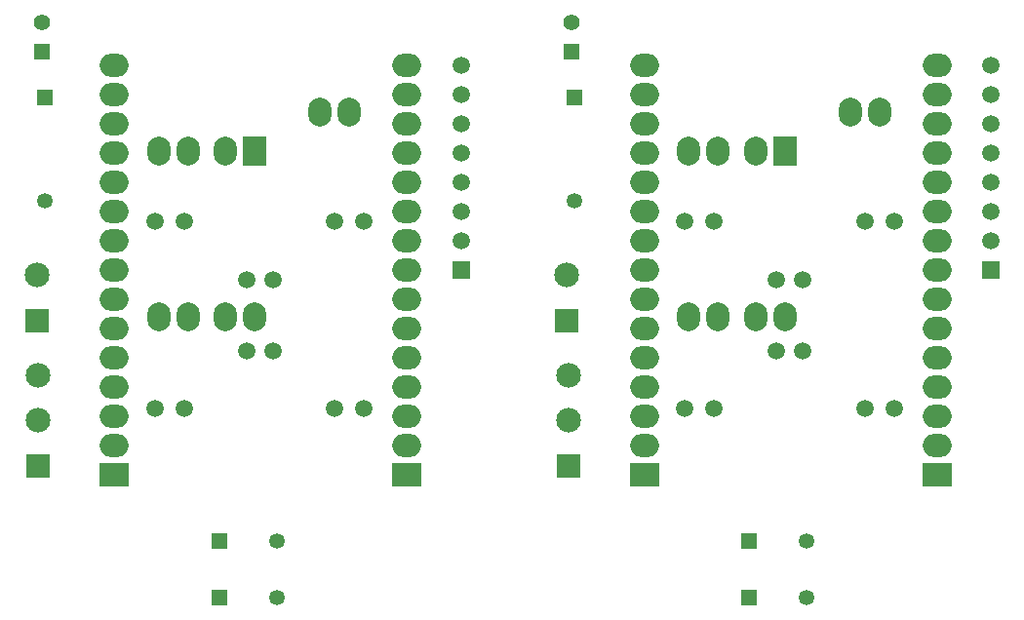
<source format=gbr>
G04*
G04 #@! TF.GenerationSoftware,Altium Limited,Altium Designer,25.4.2 (15)*
G04*
G04 Layer_Color=12632256*
%FSLAX44Y44*%
%MOMM*%
G71*
G04*
G04 #@! TF.SameCoordinates,9E434B86-177F-4C43-98DC-E9B8BA562479*
G04*
G04*
G04 #@! TF.FilePolarity,Positive*
G04*
G01*
G75*
%ADD13R,2.0000X2.5000*%
%ADD14O,2.0000X2.5000*%
%ADD15C,1.3500*%
%ADD16R,1.3500X1.3500*%
%ADD17R,2.5000X2.0000*%
%ADD18O,2.5000X2.0000*%
%ADD19C,1.5000*%
%ADD20R,1.5000X1.5000*%
%ADD21C,2.1500*%
%ADD22R,2.1500X2.1500*%
%ADD23C,1.4000*%
%ADD24R,1.4000X1.4000*%
%ADD25R,1.3500X1.3500*%
D13*
X1750468Y702226D02*
D03*
X2210528D02*
D03*
D14*
X1725068D02*
D03*
X1692418D02*
D03*
X1667018D02*
D03*
X1750468Y558826D02*
D03*
X1725068D02*
D03*
X1692418D02*
D03*
X1667018D02*
D03*
X1832818Y736626D02*
D03*
X1807418D02*
D03*
X2185128Y702226D02*
D03*
X2152478D02*
D03*
X2127078D02*
D03*
X2210528Y558826D02*
D03*
X2185128D02*
D03*
X2152478D02*
D03*
X2127078D02*
D03*
X2292878Y736626D02*
D03*
X2267478D02*
D03*
D15*
X1769718Y314726D02*
D03*
Y363976D02*
D03*
X1568218Y658976D02*
D03*
X2229778Y314726D02*
D03*
Y363976D02*
D03*
X2028278Y658976D02*
D03*
D16*
X1719718Y314726D02*
D03*
Y363976D02*
D03*
X2179778Y314726D02*
D03*
Y363976D02*
D03*
D17*
X1628468Y420926D02*
D03*
X1882468D02*
D03*
X2088528D02*
D03*
X2342528D02*
D03*
D18*
X1628468Y446326D02*
D03*
Y471726D02*
D03*
Y522526D02*
D03*
Y547926D02*
D03*
Y573326D02*
D03*
Y598726D02*
D03*
Y624126D02*
D03*
Y649526D02*
D03*
Y674926D02*
D03*
Y700326D02*
D03*
Y725726D02*
D03*
Y751126D02*
D03*
Y776526D02*
D03*
Y497126D02*
D03*
X1882468Y446326D02*
D03*
Y471726D02*
D03*
Y497126D02*
D03*
Y522526D02*
D03*
Y547926D02*
D03*
Y573326D02*
D03*
Y598726D02*
D03*
Y624126D02*
D03*
Y649526D02*
D03*
Y674926D02*
D03*
Y700326D02*
D03*
Y725726D02*
D03*
Y751126D02*
D03*
Y776526D02*
D03*
X2088528Y446326D02*
D03*
Y471726D02*
D03*
Y522526D02*
D03*
Y547926D02*
D03*
Y573326D02*
D03*
Y598726D02*
D03*
Y624126D02*
D03*
Y649526D02*
D03*
Y674926D02*
D03*
Y700326D02*
D03*
Y725726D02*
D03*
Y751126D02*
D03*
Y776526D02*
D03*
Y497126D02*
D03*
X2342528Y446326D02*
D03*
Y471726D02*
D03*
Y497126D02*
D03*
Y522526D02*
D03*
Y547926D02*
D03*
Y573326D02*
D03*
Y598726D02*
D03*
Y624126D02*
D03*
Y649526D02*
D03*
Y674926D02*
D03*
Y700326D02*
D03*
Y725726D02*
D03*
Y751126D02*
D03*
Y776526D02*
D03*
D19*
X1743218Y590776D02*
D03*
Y529226D02*
D03*
X1929468Y624126D02*
D03*
Y649526D02*
D03*
Y674926D02*
D03*
Y700326D02*
D03*
Y725726D02*
D03*
Y751126D02*
D03*
Y776526D02*
D03*
X1663718Y641286D02*
D03*
X1689118D02*
D03*
X1765968Y529226D02*
D03*
Y590776D02*
D03*
X1845468Y478726D02*
D03*
X1820068D02*
D03*
Y641286D02*
D03*
X1845468D02*
D03*
X1689118Y478726D02*
D03*
X1663718D02*
D03*
X2203278Y590776D02*
D03*
Y529226D02*
D03*
X2389528Y624126D02*
D03*
Y649526D02*
D03*
Y674926D02*
D03*
Y700326D02*
D03*
Y725726D02*
D03*
Y751126D02*
D03*
Y776526D02*
D03*
X2123778Y641286D02*
D03*
X2149178D02*
D03*
X2226028Y529226D02*
D03*
Y590776D02*
D03*
X2305528Y478726D02*
D03*
X2280128D02*
D03*
Y641286D02*
D03*
X2305528D02*
D03*
X2149178Y478726D02*
D03*
X2123778D02*
D03*
D20*
X1929468Y598726D02*
D03*
X2389528D02*
D03*
D21*
X1562718Y508076D02*
D03*
Y468476D02*
D03*
X1561218Y594726D02*
D03*
X2022778Y508076D02*
D03*
Y468476D02*
D03*
X2021278Y594726D02*
D03*
D22*
X1562718Y428876D02*
D03*
X1561218Y555126D02*
D03*
X2022778Y428876D02*
D03*
X2021278Y555126D02*
D03*
D23*
X1565718Y813927D02*
D03*
X2025778D02*
D03*
D24*
X1565718Y788526D02*
D03*
X2025778D02*
D03*
D25*
X1568218Y748976D02*
D03*
X2028278D02*
D03*
M02*

</source>
